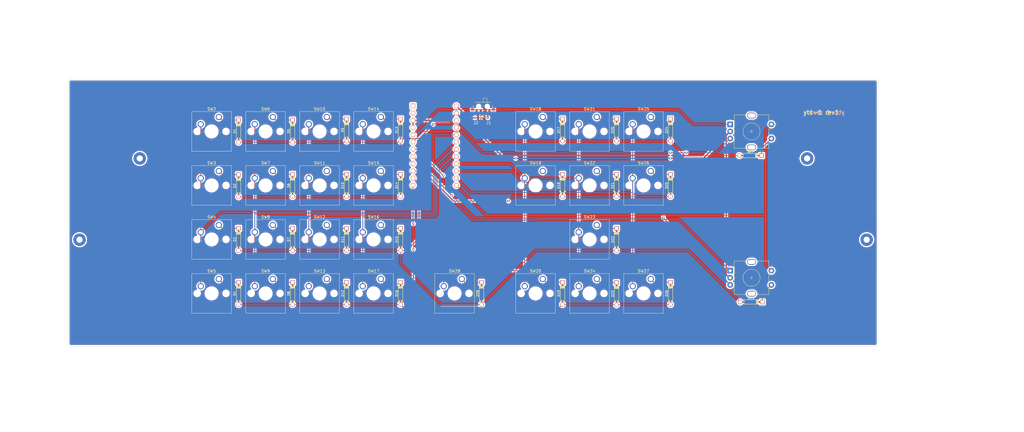
<source format=kicad_pcb>
(kicad_pcb (version 20211014) (generator pcbnew)
  (layers (0 "F.Cu" signal) (31 "B.Cu" signal) (34 "B.Paste" user) (35 "F.Paste" user) (36 "B.SilkS" user "B.Silkscreen") (37 "F.SilkS" user "F.Silkscreen") (38 "B.Mask" user) (39 "F.Mask" user) (44 "Edge.Cuts" user))
  (net 0 "")
  (net 1 "row0")
  (net 2 "Net-(D1-Pad1)")
  (net 3 "row1")
  (net 4 "Net-(D2-Pad1)")
  (net 5 "row2")
  (net 6 "Net-(D3-Pad1)")
  (net 7 "row3")
  (net 8 "Net-(D4-Pad1)")
  (net 9 "Net-(D5-Pad1)")
  (net 10 "Net-(D6-Pad1)")
  (net 11 "Net-(D7-Pad1)")
  (net 12 "Net-(D8-Pad1)")
  (net 13 "Net-(D9-Pad1)")
  (net 14 "Net-(D10-Pad1)")
  (net 15 "Net-(D11-Pad1)")
  (net 16 "Net-(D12-Pad1)")
  (net 17 "Net-(D13-Pad1)")
  (net 18 "Net-(D14-Pad1)")
  (net 19 "Net-(D15-Pad1)")
  (net 20 "Net-(D16-Pad1)")
  (net 21 "Net-(D17-Pad1)")
  (net 22 "Net-(D18-Pad1)")
  (net 23 "Net-(D19-Pad1)")
  (net 24 "Net-(D20-Pad1)")
  (net 25 "Net-(D21-Pad1)")
  (net 26 "Net-(D22-Pad1)")
  (net 27 "Net-(D23-Pad1)")
  (net 28 "Net-(D24-Pad1)")
  (net 29 "Net-(D25-Pad1)")
  (net 30 "Net-(D26-Pad1)")
  (net 31 "Net-(D27-Pad1)")
  (net 32 "Net-(D28-Pad1)")
  (net 33 "Net-(D29-Pad1)")
  (net 34 "Net-(J1-Pad1)")
  (net 35 "GND")
  (net 36 "BAT")
  (net 38 "col0")
  (net 39 "col1")
  (net 40 "col2")
  (net 41 "col3")
  (net 42 "col4")
  (net 43 "col5")
  (net 44 "col6")
  (net 45 "col7")
  (net 46 "enc0")
  (net 47 "enc1")
  (net 48 "enc2")
  (net 49 "enc3")
  (net 52 "VCC")
  (footprint "Button_Switch_Keyboard:SW_Cherry_MX_1.00u_PCB" (layer "F.Cu") (at 153.017958 120.62)
    (fp_text reference "SW11")
    (fp_text value "MX")
  )
  (footprint "Button_Switch_Keyboard:SW_Cherry_MX_1.00u_PCB" (layer "F.Cu") (at 115.017958 120.62)
    (fp_text reference "SW3")
    (fp_text value "MX")
  )
  (footprint "keebio:RotaryEncoder_EC11" (layer "F.Cu") (at 302.477958 158.2)
    (fp_text reference "SW30")
    (fp_text value "RotaryEncoder_Switch")
  )
  (footprint "Button_Switch_Keyboard:SW_Cherry_MX_1.00u_PCB" (layer "F.Cu") (at 134.017958 101.62)
    (fp_text reference "SW6")
    (fp_text value "MX")
  )
  (footprint "Button_Switch_Keyboard:SW_Cherry_MX_1.00u_PCB" (layer "F.Cu") (at 172.017958 101.62)
    (fp_text reference "SW14")
    (fp_text value "MX")
  )
  (footprint "MountingHole:MountingHole_2.2mm_M2_Pad" (layer "F.Cu") (at 322.047959 116.202042)
    (fp_text reference "REF**" hide)
    (fp_text value "MountingHole_2.2mm_M2_Pad" hide)
  )
  (footprint "Button_Switch_Keyboard:SW_Cherry_MX_1.00u_PCB" (layer "F.Cu") (at 172.017958 158.62)
    (fp_text reference "SW17")
    (fp_text value "MX")
  )
  (footprint "Button_Switch_Keyboard:SW_Cherry_MX_1.00u_PCB" (layer "F.Cu") (at 153.017958 158.62)
    (fp_text reference "SW13")
    (fp_text value "MX")
  )
  (footprint "Button_Switch_Keyboard:SW_Cherry_MX_1.00u_PCB" (layer "F.Cu") (at 153.017958 139.62)
    (fp_text reference "SW12")
    (fp_text value "MX")
  )
  (footprint "Button_Switch_Keyboard:SW_Cherry_MX_1.00u_PCB" (layer "F.Cu") (at 153.017958 101.62)
    (fp_text reference "SW10")
    (fp_text value "MX")
  )
  (footprint "Button_Switch_Keyboard:SW_Cherry_MX_1.00u_PCB" (layer "F.Cu") (at 115.017958 158.62)
    (fp_text reference "SW5")
    (fp_text value "MX")
  )
  (footprint "Button_Switch_Keyboard:SW_Cherry_MX_1.00u_PCB" (layer "F.Cu") (at 172.017958 120.62)
    (fp_text reference "SW15")
    (fp_text value "MX")
  )
  (footprint "Button_Switch_Keyboard:SW_Cherry_MX_1.00u_PCB" (layer "F.Cu") (at 172.017958 139.62)
    (fp_text reference "SW16")
    (fp_text value "MX")
  )
  (footprint "Button_Switch_Keyboard:SW_Cherry_MX_1.00u_PCB" (layer "F.Cu") (at 134.017958 139.62)
    (fp_text reference "SW8")
    (fp_text value "MX")
  )
  (footprint "Button_Switch_Keyboard:SW_Cherry_MX_1.00u_PCB" (layer "F.Cu") (at 267.017958 158.62)
    (fp_text reference "SW27")
    (fp_text value "MX")
  )
  (footprint "Button_Switch_Keyboard:SW_Cherry_MX_1.00u_PCB" (layer "F.Cu") (at 229.017958 101.62)
    (fp_text reference "SW18")
    (fp_text value "MX")
  )
  (footprint "Button_Switch_Keyboard:SW_Cherry_MX_1.00u_PCB" (layer "F.Cu") (at 115.017958 139.62)
    (fp_text reference "SW4")
    (fp_text value "MX")
  )
  (footprint "MountingHole:MountingHole_2.2mm_M2_Pad" (layer "F.Cu") (at 342.997959 144.802042)
    (fp_text reference "REF**" hide)
    (fp_text value "MountingHole_2.2mm_M2_Pad" hide)
  )
  (footprint "Connector_Wire:SolderWirePad_1x01_SMD_1x2mm" (layer "F.Cu") (at 209.977958 106.2)
    (fp_text reference "J1")
    (fp_text value "B+")
  )
  (footprint "MountingHole:MountingHole_2.2mm_M2_Pad" (layer "F.Cu") (at 65.997959 144.802042)
    (fp_text reference "REF**" hide)
    (fp_text value "MountingHole_2.2mm_M2_Pad" hide)
  )
  (footprint "Button_Switch_Keyboard:SW_Cherry_MX_1.00u_PCB" (layer "F.Cu") (at 267.017958 120.62)
    (fp_text reference "SW26")
    (fp_text value "MX")
  )
  (footprint "Button_Switch_Keyboard:SW_Cherry_MX_1.00u_PCB" (layer "F.Cu") (at 248.017958 158.62)
    (fp_text reference "SW24")
    (fp_text value "MX")
  )
  (footprint "Button_Switch_Keyboard:SW_Cherry_MX_1.00u_PCB" (layer "F.Cu") (at 248.017958 139.62)
    (fp_text reference "SW23")
    (fp_text value "MX")
  )
  (footprint "MountingHole:MountingHole_2.2mm_M2_Pad" (layer "F.Cu") (at 87.197959 116.202042)
    (fp_text reference "REF**" hide)
    (fp_text value "MountingHole_2.2mm_M2_Pad" hide)
  )
  (footprint "keebio:ArduinoProMicro-BackSide" (layer "F.Cu") (at 190.977958 111.7 -90)
    (fp_text reference "U1" hide)
    (fp_text value "Nice!Nano" hide)
  )
  (footprint "Button_Switch_Keyboard:SW_Cherry_MX_1.00u_PCB" (layer "F.Cu") (at 248.017958 101.62)
    (fp_text reference "SW21")
    (fp_text value "MX")
  )
  (footprint "keebio:RotaryEncoder_EC11" (layer "F.Cu") (at 302.477958 106.7)
    (fp_text reference "SW29")
    (fp_text value "RotaryEncoder_Switch")
  )
  (footprint "Connector_Wire:SolderWirePad_1x01_SMD_1x2mm" (layer "F.Cu") (at 205.477958 106.2)
    (fp_text reference "J2")
    (fp_text value "B-")
  )
  (footprint "Button_Switch_Keyboard:SW_Cherry_MX_1.00u_PCB" (layer "F.Cu") (at 267.017958 101.62)
    (fp_text reference "SW25")
    (fp_text value "MX")
  )
  (footprint "Button_Switch_Keyboard:SW_Cherry_MX_1.00u_PCB" (layer "F.Cu") (at 200.517958 158.62)
    (fp_text reference "SW28")
    (fp_text value "MX")
  )
  (footprint "Button_Switch_Keyboard:SW_Cherry_MX_1.00u_PCB" (layer "F.Cu") (at 134.017958 158.62)
    (fp_text reference "SW9")
    (fp_text value "MX")
  )
  (footprint "Button_Switch_Keyboard:SW_Cherry_MX_1.00u_PCB" (layer "F.Cu") (at 134.017958 120.62)
    (fp_text reference "SW7")
    (fp_text value "MX")
  )
  (footprint "Button_Switch_Keyboard:SW_Cherry_MX_1.00u_PCB" (layer "F.Cu") (at 229.017958 120.62)
    (fp_text reference "SW19")
    (fp_text value "MX")
  )
  (footprint "Button_Switch_Keyboard:SW_Cherry_MX_1.00u_PCB" (layer "F.Cu") (at 115.017958 101.62)
    (fp_text reference "SW2")
    (fp_text value "MX")
  )
  (footprint "Button_Switch_Keyboard:SW_Cherry_MX_1.00u_PCB" (layer "F.Cu") (at 248.017958 120.62)
    (fp_text reference "SW22")
    (fp_text value "MX")
  )
  (footprint "Button_Switch_SMD:SW_SPDT_PCM12" (layer "F.Cu") (at 207.977958 98.2 180)
    (fp_text reference "SW1")
    (fp_text value "ON/OFF")
  )
  (footprint "Button_Switch_Keyboard:SW_Cherry_MX_1.00u_PCB" (layer "F.Cu") (at 229.017958 158.62)
    (fp_text reference "SW20")
    (fp_text value "MX")
  )
  (footprint "keebio:Diode-Hybrid-Back" (layer "B.Cu") (at 302.077958 115.2)
    (fp_text reference "D27")
    (fp_text value "DIODE" hide)
  )
  (footprint "keebio:Diode-Hybrid-Back" (layer "B.Cu") (at 235.977958 163.7 90)
    (fp_text reference "D19")
    (fp_text value "DIODE" hide)
  )
  (footprint "keebio:Diode-Hybrid-Back" (layer "B.Cu") (at 140.977958 163.7 90)
    (fp_text reference "D8")
    (fp_text value "DIODE" hide)
  )
  (footprint "keebio:Diode-Hybrid-Back" (layer "B.Cu") (at 178.977958 144.7 90)
    (fp_text reference "D15")
    (fp_text value "DIODE" hide)
  )
  (footprint "keebio:Diode-Hybrid-Back" (layer "B.Cu") (at 121.977958 106.6 90)
    (fp_text reference "D1")
    (fp_text value "DIODE" hide)
  )
  (footprint "keebio:Diode-Hybrid-Back" (layer "B.Cu") (at 159.977958 144.7 90)
    (fp_text reference "D11")
    (fp_text value "DIODE" hide)
  )
  (footprint "keebio:Diode-Hybrid-Back" (layer "B.Cu") (at 273.977958 125.7 90)
    (fp_text reference "D25")
    (fp_text value "DIODE" hide)
  )
  (footprint "keebio:Diode-Hybrid-Back" (layer "B.Cu") (at 121.977958 144.7 90)
    (fp_text reference "D3")
    (fp_text value "DIODE" hide)
  )
  (footprint "keebio:Diode-Hybrid-Back" (layer "B.Cu") (at 235.977958 106.2 90)
    (fp_text reference "D17")
    (fp_text value "DIODE" hide)
  )
  (footprint "keebio:Diode-Hybrid-Back" (layer "B.Cu") (at 178.977958 106.2 90)
    (fp_text reference "D13")
    (fp_text value "DIODE" hide)
  )
  (footprint "keebio:Diode-Hybrid-Back" (layer "B.Cu") (at 302.377958 166.7)
    (fp_text reference "D29")
    (fp_text value "DIODE" hide)
  )
  (footprint "keebio:Diode-Hybrid-Back" (layer "B.Cu") (at 254.977958 144.7 90)
    (fp_text reference "D22")
    (fp_text value "DIODE" hide)
  )
  (footprint "keebio:Diode-Hybrid-Back" (layer "B.Cu") (at 140.977958 125.7 90)
    (fp_text reference "D6")
    (fp_text value "DIODE" hide)
  )
  (footprint "keebio:Diode-Hybrid-Back" (layer "B.Cu") (at 159.977958 163.7 90)
    (fp_text reference "D12")
    (fp_text value "DIODE" hide)
  )
  (footprint "keebio:Diode-Hybrid-Back" (layer "B.Cu") (at 121.977958 163.7 90)
    (fp_text reference "D4")
    (fp_text value "DIODE" hide)
  )
  (footprint "keebio:Diode-Hybrid-Back" (layer "B.Cu") (at 273.977958 163.7 90)
    (fp_text reference "D26")
    (fp_text value "DIODE" hide)
  )
  (footprint "keebio:Diode-Hybrid-Back" (layer "B.Cu") (at 178.977958 163.7 90)
    (fp_text reference "D16")
    (fp_text value "DIODE" hide)
  )
  (footprint "keebio:Diode-Hybrid-Back" (layer "B.Cu") (at 140.977958 144.7 90)
    (fp_text reference "D7")
    (fp_text value "DIODE" hide)
  )
  (footprint "keebio:Diode-Hybrid-Back" (layer "B.Cu") (at 254.977958 106.2 90)
    (fp_text reference "D20")
    (fp_text value "DIODE" hide)
  )
  (footprint "keebio:Diode-Hybrid-Back" (layer "B.Cu") (at 235.977958 125.7 90)
    (fp_text reference "D18")
    (fp_text value "DIODE" hide)
  )
  (footprint "keebio:Diode-Hybrid-Back" (layer "B.Cu") (at 121.977958 125.8 90)
    (fp_text reference "D2")
    (fp_text value "DIODE" hide)
  )
  (footprint "keebio:Diode-Hybrid-Back" (layer "B.Cu") (at 159.977958 106.2 90)
    (fp_text reference "D9")
    (fp_text value "DIODE" hide)
  )
  (footprint "keebio:Diode-Hybrid-Back" (layer "B.Cu") (at 273.977958 106.2 90)
    (fp_text reference "D24")
    (fp_text value "DIODE" hide)
  )
  (footprint "keebio:Diode-Hybrid-Back" (layer "B.Cu") (at 207.477958 163.7 90)
    (fp_text reference "D28")
    (fp_text value "DIODE" hide)
  )
  (footprint "keebio:Diode-Hybrid-Back" (layer "B.Cu") (at 178.977958 125.7 90)
    (fp_text reference "D14")
    (fp_text value "DIODE" hide)
  )
  (footprint "keebio:Diode-Hybrid-Back" (layer "B.Cu") (at 159.977958 125.7 90)
    (fp_text reference "D10")
    (fp_text value "DIODE" hide)
  )
  (footprint "keebio:Diode-Hybrid-Back" (layer "B.Cu") (at 254.977958 163.8 90)
    (fp_text reference "D23")
    (fp_text value "DIODE" hide)
  )
  (footprint "keebio:Diode-Hybrid-Back" (layer "B.Cu") (at 254.977958 125.7 90)
    (fp_text reference "D21")
    (fp_text value "DIODE" hide)
  )
  (footprint "keebio:Diode-Hybrid-Back" (layer "B.Cu") (at 140.977958 106.6 90)
    (fp_text reference "D5")
    (fp_text value "DIODE" hide)
  )
  (gr_arc (start 346 88.3) (mid 346.707107 88.592893) (end 347 89.3) (layer "Edge.Cuts") (width 0.1))
  (gr_arc (start 62 89.342462) (mid 62.308011 88.602681) (end 63.05 88.3) (layer "Edge.Cuts") (width 0.1))
  (gr_line (start 347 89.3) (end 346.997959 181.302041) (layer "Edge.Cuts") (width 0.1))
  (gr_line (start 63 182.3) (end 346 182.3) (layer "Edge.Cuts") (width 0.1))
  (gr_arc (start 63 182.3) (mid 62.292893 182.007107) (end 62 181.3) (layer "Edge.Cuts") (width 0.1))
  (gr_line (start 63.05 88.3) (end 346 88.3) (layer "Edge.Cuts") (width 0.1))
  (gr_line (start 62 89.342462) (end 62 181.3) (layer "Edge.Cuts") (width 0.1))
  (gr_arc (start 346.997959 181.302041) (mid 346.705664 182.007705) (end 346 182.3) (layer "Edge.Cuts") (width 0.1))
  (gr_text "yts-1 rev1" (at 329 100) (layer "B.SilkS") (effects (font (size 1.5 1.5) (thickness 0.3)) (justify mirror)))
  (gr_text "yts-1 rev1" (at 327 100) (layer "F.SilkS") (effects (font (size 1.5 1.5) (thickness 0.3))))
  (segment (start 190.477958 104.2) (end 185.449258 109.2287) (width 0.25) (layer "F.Cu") (net 1))
  (segment (start 185.449258 109.2287) (end 179.849258 109.2287) (width 0.25) (layer "F.Cu") (net 1))
  (segment (start 183.357958 118.05) (end 178.977958 113.67) (width 0.25) (layer "F.Cu") (net 1))
  (segment (start 179.849258 109.2287) (end 178.977958 110.1) (width 0.25) (layer "F.Cu") (net 1))
  (segment (start 178.977958 113.67) (end 178.977958 110.1) (width 0.25) (layer "F.Cu") (net 1))
  (via (at 190.477958 104.2) (size 0.8) (drill 0.4) (layers "F.Cu" "B.Cu") (net 1))
  (segment (start 205.046853 110.1) (end 198.958153 104.0113) (width 0.25) (layer "B.Cu") (net 1))
  (segment (start 298.177958 115.2) (end 279.077958 115.2) (width 0.25) (layer "B.Cu") (net 1))
  (segment (start 190.666658 104.0113) (end 190.477958 104.2) (width 0.25) (layer "B.Cu") (net 1))
  (segment (start 279.077958 115.2) (end 273.977958 110.1) (width 0.25) (layer "B.Cu") (net 1))
  (segment (start 273.977958 110.1) (end 235.977958 110.1) (width 0.25) (layer "B.Cu") (net 1))
  (segment (start 235.977958 110.1) (end 205.046853 110.1) (width 0.25) (layer "B.Cu") (net 1))
  (segment (start 198.958153 104.0113) (end 190.666658 104.0113) (width 0.25) (layer "B.Cu") (net 1))
  (segment (start 178.577958 110.5) (end 178.977958 110.1) (width 0.25) (layer "B.Cu") (net 1))
  (segment (start 121.977958 110.5) (end 178.577958 110.5) (width 0.25) (layer "B.Cu") (net 1))
  (segment (start 116.097958 102.7) (end 115.017958 101.62) (width 0.25) (layer "F.Cu") (net 2))
  (segment (start 121.977958 102.7) (end 116.097958 102.7) (width 0.25) (layer "F.Cu") (net 2))
  (segment (start 181.822041 124.255917) (end 181.822041 122.125917) (width 0.25) (layer "F.Cu") (net 3))
  (segment (start 183.357958 120.59) (end 186.867958 120.59) (width 0.25) (layer "F.Cu") (net 3))
  (segment (start 178.977958 127.1) (end 181.822041 124.255917) (width 0.25) (layer "F.Cu") (net 3))
  (segment (start 197.477958 131.2) (end 216.977958 131.2) (width 0.25) (layer "F.Cu") (net 3))
  (segment (start 186.867958 120.59) (end 197.477958 131.2) (width 0.25) (layer "F.Cu") (net 3))
  (segment (start 181.822041 122.125917) (end 183.357958 120.59) (width 0.25) (layer "F.Cu") (net 3))
  (via (at 216.977958 131.2) (size 0.8) (drill 0.4) (layers "F.Cu" "B.Cu") (net 3))
  (segment (start 273.977958 129.6) (end 235.977958 129.6) (width 0.25) (layer "B.Cu") (net 3))
  (segment (start 218.577958 129.6) (end 235.977958 129.6) (width 0.25) (layer "B.Cu") (net 3))
  (segment (start 216.977958 131.2) (end 218.577958 129.6) (width 0.25) (layer "B.Cu") (net 3))
  (segment (start 121.977958 129.7) (end 178.877958 129.7) (width 0.25) (layer "B.Cu") (net 3))
  (segment (start 178.877958 129.7) (end 178.977958 129.6) (width 0.25) (layer "B.Cu") (net 3))
  (segment (start 121.977958 121.9) (end 116.297958 121.9) (width 0.25) (layer "F.Cu") (net 4))
  (segment (start 116.297958 121.9) (end 115.017958 120.62) (width 0.25) (layer "F.Cu") (net 4))
  (segment (start 185.477958 125.25) (end 183.357958 123.13) (width 0.25) (layer "F.Cu") (net 5))
  (segment (start 178.977958 148.6) (end 181.077958 148.6) (width 0.25) (layer "F.Cu") (net 5))
  (segment (start 185.477958 144.2) (end 185.477958 125.25) (width 0.25) (layer "F.Cu") (net 5))
  (segment (start 181.077958 148.6) (end 185.477958 144.2) (width 0.25) (layer "F.Cu") (net 5))
  (segment (start 207.477958 167.6) (end 193.333133 167.6) (width 0.25) (layer "B.Cu") (net 5))
  (segment (start 193.333133 167.6) (end 178.977958 153.244825) (width 0.25) (layer "B.Cu") (net 5))
  (segment (start 121.977958 148.6) (end 178.977958 148.6) (width 0.25) (layer "B.Cu") (net 5))
  (segment (start 280.377958 148.6) (end 254.977958 148.6) (width 0.25) (layer "B.Cu") (net 5))
  (segment (start 226.477958 148.6) (end 207.477958 167.6) (width 0.25) (layer "B.Cu") (net 5))
  (segment (start 178.977958 153.244825) (end 178.977958 148.6) (width 0.25) (layer "B.Cu") (net 5))
  (segment (start 298.477958 166.7) (end 280.377958 148.6) (width 0.25) (layer "B.Cu") (net 5))
  (segment (start 254.977958 148.6) (end 226.477958 148.6) (width 0.25) (layer "B.Cu") (net 5))
  (segment (start 121.977958 140.8) (end 116.197958 140.8) (width 0.25) (layer "F.Cu") (net 6))
  (segment (start 116.197958 140.8) (end 115.017958 139.62) (width 0.25) (layer "F.Cu") (net 6))
  (segment (start 180.102958 168.725) (end 178.977958 167.6) (width 0.25) (layer "F.Cu") (net 7))
  (segment (start 182.877958 163.7) (end 183.477958 163.7) (width 0.25) (layer "F.Cu") (net 7))
  (segment (start 183.357958 139.08) (end 183.357958 125.67) (width 0.25) (layer "F.Cu") (net 7))
  (segment (start 178.977958 167.6) (end 182.877958 163.7) (width 0.25) (layer "F.Cu") (net 7))
  (segment (start 183.477958 163.7) (end 183.477958 148.2) (width 0.25) (layer "F.Cu") (net 7))
  (segment (start 235.977958 167.6) (end 234.852958 168.725) (width 0.25) (layer "F.Cu") (net 7))
  (segment (start 234.852958 168.725) (end 180.102958 168.725) (width 0.25) (layer "F.Cu") (net 7))
  (segment (start 183.477958 139.2) (end 183.357958 139.08) (width 0.25) (layer "F.Cu") (net 7))
  (via (at 183.477958 139.2) (size 0.8) (drill 0.4) (layers "F.Cu" "B.Cu") (net 7))
  (via (at 183.477958 148.2) (size 0.8) (drill 0.4) (layers "F.Cu" "B.Cu") (net 7))
  (segment (start 183.477958 139.2) (end 183.477958 148.2) (width 0.25) (layer "B.Cu") (net 7))
  (segment (start 235.977958 167.6) (end 273.977958 167.6) (width 0.25) (layer "B.Cu") (net 7))
  (segment (start 121.977958 167.6) (end 178.977958 167.6) (width 0.25) (layer "B.Cu") (net 7))
  (segment (start 121.977958 159.8) (end 116.197958 159.8) (width 0.25) (layer "F.Cu") (net 8))
  (segment (start 116.197958 159.8) (end 115.017958 158.62) (width 0.25) (layer "F.Cu") (net 8))
  (segment (start 135.097958 102.7) (end 134.017958 101.62) (width 0.25) (layer "F.Cu") (net 9))
  (segment (start 140.977958 102.7) (end 135.097958 102.7) (width 0.25) (layer "F.Cu") (net 9))
  (segment (start 135.197958 121.8) (end 134.017958 120.62) (width 0.25) (layer "F.Cu") (net 10))
  (segment (start 140.977958 121.8) (end 135.197958 121.8) (width 0.25) (layer "F.Cu") (net 10))
  (segment (start 140.977958 140.8) (end 135.197958 140.8) (width 0.25) (layer "F.Cu") (net 11))
  (segment (start 135.197958 140.8) (end 134.017958 139.62) (width 0.25) (layer "F.Cu") (net 11))
  (segment (start 135.197958 159.8) (end 134.017958 158.62) (width 0.25) (layer "F.Cu") (net 12))
  (segment (start 140.977958 159.8) (end 135.197958 159.8) (width 0.25) (layer "F.Cu") (net 12))
  (segment (start 159.977958 102.3) (end 153.697958 102.3) (width 0.25) (layer "F.Cu") (net 13))
  (segment (start 153.697958 102.3) (end 153.017958 101.62) (width 0.25) (layer "F.Cu") (net 13))
  (segment (start 159.977958 121.8) (end 154.197958 121.8) (width 0.25) (layer "F.Cu") (net 14))
  (segment (start 154.197958 121.8) (end 153.017958 120.62) (width 0.25) (layer "F.Cu") (net 14))
  (segment (start 154.197958 140.8) (end 153.017958 139.62) (width 0.25) (layer "F.Cu") (net 15))
  (segment (start 159.977958 140.8) (end 154.197958 140.8) (width 0.25) (layer "F.Cu") (net 15))
  (segment (start 154.697958 160.3) (end 153.017958 158.62) (width 0.25) (layer "F.Cu") (net 16))
  (segment (start 159.977958 160.3) (end 154.697958 160.3) (width 0.25) (layer "F.Cu") (net 16))
  (segment (start 172.697958 102.3) (end 172.017958 101.62) (width 0.25) (layer "F.Cu") (net 17))
  (segment (start 178.977958 102.3) (end 172.697958 102.3) (width 0.25) (layer "F.Cu") (net 17))
  (segment (start 173.197958 121.8) (end 172.017958 120.62) (width 0.25) (layer "F.Cu") (net 18))
  (segment (start 178.977958 121.8) (end 173.197958 121.8) (width 0.25) (layer "F.Cu") (net 18))
  (segment (start 173.197958 140.8) (end 172.017958 139.62) (width 0.25) (layer "F.Cu") (net 19))
  (segment (start 178.977958 140.8) (end 173.197958 140.8) (width 0.25) (layer "F.Cu") (net 19))
  (segment (start 173.697958 160.3) (end 172.017958 158.62) (width 0.25) (layer "F.Cu") (net 20))
  (segment (start 178.977958 160.3) (end 173.697958 160.3) (width 0.25) (layer "F.Cu") (net 20))
  (segment (start 235.977958 102.3) (end 229.697958 102.3) (width 0.25) (layer "F.Cu") (net 21))
  (segment (start 229.697958 102.3) (end 229.017958 101.62) (width 0.25) (layer "F.Cu") (net 21))
  (segment (start 230.197958 121.8) (end 229.017958 120.62) (width 0.25) (layer "F.Cu") (net 22))
  (segment (start 235.977958 121.8) (end 230.197958 121.8) (width 0.25) (layer "F.Cu") (net 22))
  (segment (start 230.197958 159.8) (end 229.017958 158.62) (width 0.25) (layer "F.Cu") (net 23))
  (segment (start 235.977958 159.8) (end 230.197958 159.8) (width 0.25) (layer "F.Cu") (net 23))
  (segment (start 254.977958 102.3) (end 248.697958 102.3) (width 0.25) (layer "F.Cu") (net 24))
  (segment (start 248.697958 102.3) (end 248.017958 101.62) (width 0.25) (layer "F.Cu") (net 24))
  (segment (start 249.197958 121.8) (end 248.017958 120.62) (width 0.25) (layer "F.Cu") (net 25))
  (segment (start 254.977958 121.8) (end 249.197958 121.8) (width 0.25) (layer "F.Cu") (net 25))
  (segment (start 249.197958 140.8) (end 248.017958 139.62) (width 0.25) (layer "F.Cu") (net 26))
  (segment (start 254.977958 140.8) (end 249.197958 140.8) (width 0.25) (layer "F.Cu") (net 26))
  (segment (start 249.297958 159.9) (end 248.017958 158.62) (width 0.25) (layer "F.Cu") (net 27))
  (segment (start 254.977958 159.9) (end 249.297958 159.9) (width 0.25) (layer "F.Cu") (net 27))
  (segment (start 273.977958 103.3) (end 268.697958 103.3) (width 0.25) (layer "F.Cu") (net 28))
  (segment (start 268.697958 103.3) (end 267.017958 101.62) (width 0.25) (layer "F.Cu") (net 28))
  (segment (start 273.977958 121.8) (end 268.197958 121.8) (width 0.25) (layer "F.Cu") (net 29))
  (segment (start 268.197958 121.8) (end 267.017958 120.62) (width 0.25) (layer "F.Cu") (net 29))
  (segment (start 268.197958 159.8) (end 267.017958 158.62) (width 0.25) (layer "F.Cu") (net 30))
  (segment (start 273.977958 159.8) (end 268.197958 159.8) (width 0.25) (layer "F.Cu") (net 30))
  (segment (start 305.977958 112.7) (end 309.477958 109.2) (width 0.25) (layer "F.Cu") (net 31))
  (segment (start 305.977958 115.2) (end 305.977958 112.7) (width 0.25) (layer "F.Cu") (net 31))
  (segment (start 201.697958 159.8) (end 200.517958 158.62) (width 0.25) (layer "F.Cu") (net 32))
  (segment (start 207.477958 159.8) (end 201.697958 159.8) (width 0.25) (layer "F.Cu") (net 32))
  (segment (start 306.277958 166.7) (end 306.277958 163.9) (width 0.25) (layer "F.Cu") (net 33))
  (segment (start 306.277958 163.9) (end 309.477958 160.7) (width 0.25) (layer "F.Cu") (net 33))
  (segment (start 207.227958 99.63) (end 207.227958 103.45) (width 0.25) (layer "F.Cu") (net 34))
  (segment (start 207.227958 103.45) (end 209.977958 106.2) (width 0.25) (layer "F.Cu") (net 34))
  (segment (start 294.977958 106.7) (end 293.577958 108.1) (width 0.4) (layer "F.Cu") (net 35))
  (segment (start 183.357958 102.81) (end 196.057958 102.81) (width 0.4) (layer "F.Cu") (net 35))
  (segment (start 183.357958 105.35) (end 183.357958 102.81) (width 0.4) (layer "F.Cu") (net 35))
  (segment (start 294.677958 158.2) (end 294.977958 158.2) (width 0.4) (layer "F.Cu") (net 35))
  (segment (start 196.057958 102.81) (end 198.597958 100.27) (width 0.4) (layer "F.Cu") (net 35))
  (segment (start 198.597958 100.27) (end 204.527958 106.2) (width 0.4) (layer "F.Cu") (net 35))
  (segment (start 204.527958 106.2) (end 205.477958 106.2) (width 0.4) (layer "F.Cu") (net 35))
  (segment (start 205.477958 106.2) (end 215.477958 116.2) (width 0.4) (layer "F.Cu") (net 35))
  (segment (start 215.477958 116.2) (end 219.477958 116.2) (width 0.4) (layer "F.Cu") (net 35))
  (segment (start 293.577958 157.1) (end 294.677958 158.2) (width 0.4) (layer "F.Cu") (net 35))
  (segment (start 285.477958 116.2) (end 294.977958 106.7) (width 0.4) (layer "F.Cu") (net 35))
  (segment (start 273.977958 116.2) (end 285.477958 116.2) (width 0.4) (layer "F.Cu") (net 35))
  (segment (start 293.577958 108.1) (end 293.577958 157.1) (width 0.4) (layer "F.Cu") (net 35))
  (via (at 219.477958 116.2) (size 0.8) (drill 0.4) (layers "F.Cu" "B.Cu") (net 35))
  (via (at 273.977958 116.2) (size 0.8) (drill 0.4) (layers "F.Cu" "B.Cu") (net 35))
  (segment (start 219.477958 116.2) (end 273.977958 116.2) (width 0.4) (layer "B.Cu") (net 35))
  (segment (start 209.677958 100.18) (end 210.227958 99.63) (width 0.4) (layer "F.Cu") (net 36))
  (segment (start 209.677958 101.9) (end 209.677958 100.18) (width 0.4) (layer "F.Cu") (net 36))
  (segment (start 198.597958 97.73) (end 202.767958 101.9) (width 0.4) (layer "F.Cu") (net 36))
  (segment (start 202.767958 101.9) (end 205.177958 101.9) (width 0.4) (layer "F.Cu") (net 36))
  (via (at 209.677958 101.9) (size 0.8) (drill 0.4) (layers "F.Cu" "B.Cu") (net 36))
  (via (at 205.177958 101.9) (size 0.8) (drill 0.4) (layers "F.Cu" "B.Cu") (net 36))
  (segment (start 205.177958 101.9) (end 209.677958 101.9) (width 0.4) (layer "B.Cu") (net 36))
  (segment (start 108.667958 104.16) (end 108.667958 161.16) (width 0.25) (layer "F.Cu") (net 38))
  (segment (start 190.787958 107.89) (end 190.477958 108.2) (width 0.25) (layer "B.Cu") (net 38))
  (segment (start 115.627958 135.2) (end 108.667958 142.16) (width 0.25) (layer "B.Cu") (net 38))
  (segment (start 190.477958 135.2) (end 115.627958 135.2) (width 0.25) (layer "B.Cu") (net 38))
  (segment (start 190.477958 108.2) (end 190.477958 135.2) (width 0.25) (layer "B.Cu") (net 38))
  (segment (start 198.597958 107.89) (end 190.787958 107.89) (width 0.25) (layer "B.Cu") (net 38))
  (segment (start 127.667958 104.16) (end 127.667958 161.16) (width 0.25) (layer "F.Cu") (net 39))
  (segment (start 190.927958 118.1) (end 190.927958 135.386396) (width 0.25) (layer "B.Cu") (net 39))
  (segment (start 190.664354 135.65) (end 127.977958 135.65) (width 0.25) (layer "B.Cu") (net 39))
  (segment (start 127.977958 135.65) (end 127.667958 135.96) (width 0.25) (layer "B.Cu") (net 39))
  (segment (start 198.597958 110.43) (end 190.927958 118.1) (width 0.25) (layer "B.Cu") (net 39))
  (segment (start 127.667958 135.96) (end 127.667958 142.16) (width 0.25) (layer "B.Cu") (net 39))
  (segment (start 190.927958 135.386396) (end 190.664354 135.65) (width 0.25) (layer "B.Cu") (net 39))
  (segment (start 146.667958 104.16) (end 146.667958 161.16) (width 0.25) (layer "F.Cu") (net 40))
  (segment (start 148.477958 136.2) (end 146.667958 138.01) (width 0.25) (layer "B.Cu") (net 40))
  (segment (start 191.377958 135.572792) (end 190.75075 136.2) (width 0.25) (layer "B.Cu") (net 40))
  (segment (start 191.377958 120.19) (end 191.377958 135.572792) (width 0.25) (layer "B.Cu") (net 40))
  (segment (start 146.667958 138.01) (end 146.667958 142.16) (width 0.25) (layer "B.Cu") (net 40))
  (segment (start 198.597958 112.97) (end 191.377958 120.19) (width 0.25) (layer "B.Cu") (net 40))
  (segment (start 190.75075 136.2) (end 148.477958 136.2) (width 0.25) (layer "B.Cu") (net 40))
  (segment (start 165.667958 104.16) (end 165.667958 161.16) (width 0.25) (layer "F.Cu") (net 41))
  (segment (start 191.827958 122.28) (end 191.827958 135.85) (width 0.25) (layer "B.Cu") (net 41))
  (segment (start 198.597958 115.51) (end 191.827958 122.28) (width 0.25) (layer "B.Cu") (net 41))
  (segment (start 165.977958 136.7) (end 165.667958 137.01) (width 0.25) (layer "B.Cu") (net 41))
  (segment (start 190.977958 136.7) (end 165.977958 136.7) (width 0.25) (layer "B.Cu") (net 41))
  (segment (start 165.667958 137.01) (end 165.667958 142.16) (width 0.25) (layer "B.Cu") (net 41))
  (segment (start 191.827958 135.85) (end 190.977958 136.7) (width 0.25) (layer "B.Cu") (net 41))
  (segment (start 194.167958 158.01) (end 196.477958 155.7) (width 0.25) (layer "F.Cu") (net 42))
  (segment (start 194.167958 161.16) (end 194.167958 158.01) (width 0.25) (layer "F.Cu") (net 42))
  (segment (start 222.477958 155.7) (end 222.667958 155.51) (width 0.25) (layer "F.Cu") (net 42))
  (segment (start 196.477958 155.7) (end 222.477958 155.7) (width 0.25) (layer "F.Cu") (net 42))
  (segment (start 222.667958 155.51) (end 222.667958 161.16) (width 0.25) (layer "F.Cu") (net 42))
  (segment (start 222.667958 104.16) (end 222.667958 155.51) (width 0.25) (layer "F.Cu") (net 42))
  (segment (start 217.557958 118.05) (end 222.667958 123.16) (width 0.25) (layer "B.Cu") (net 42))
  (segment (start 198.597958 118.05) (end 217.557958 118.05) (width 0.25) (layer "B.Cu") (net 42))
  (segment (start 241.667958 104.16) (end 241.667958 161.16) (width 0.25) (layer "F.Cu") (net 43))
  (segment (start 198.867958 120.59) (end 198.977958 120.7) (width 0.25) (layer "F.Cu") (net 43))
  (segment (start 198.597958 120.59) (end 198.867958 120.59) (width 0.25) (layer "F.Cu") (net 43))
  (segment (start 198.597958 120.59) (end 218.082703 120.59) (width 0.25) (layer "B.Cu") (net 43))
  (segment (start 225.017958 123.16) (end 241.667958 123.16) (width 0.25) (layer "B.Cu") (net 43))
  (segment (start 218.082703 120.59) (end 222.077703 124.585) (width 0.25) (layer "B.Cu") (net 43))
  (segment (start 222.077703 124.585) (end 223.592958 124.585) (width 0.25) (layer "B.Cu") (net 43))
  (segment (start 223.592958 124.585) (end 225.017958 123.16) (width 0.25) (layer "B.Cu") (net 43))
  (segment (start 260.667958 161.16) (end 260.667958 104.16) (width 0.25) (layer "F.Cu") (net 44))
  (segment (start 260.667958 123.16) (end 260.667958 128.01) (width 0.25) (layer "B.Cu") (net 44))
  (segment (start 260.477958 128.2) (end 203.667958 128.2) (width 0.25) (layer "B.Cu") (net 44))
  (segment (start 203.667958 128.2) (end 198.597958 123.13) (width 0.25) (layer "B.Cu") (net 44))
  (segment (start 260.667958 128.01) (end 260.477958 128.2) (width 0.25) (layer "B.Cu") (net 44))
  (segment (start 209.127958 136.2) (end 198.597958 125.67) (width 0.25) (layer "B.Cu") (net 45))
  (segment (start 307.477958 153.7) (end 309.477958 155.7) (width 0.25) (layer "B.Cu") (net 45))
  (segment (start 307.477958 136.2) (end 209.127958 136.2) (width 0.25) (layer "B.Cu") (net 45))
  (segment (start 307.477958 106.2) (end 307.477958 136.2) (width 0.25) (layer "B.Cu") (net 45))
  (segment (start 307.477958 136.2) (end 307.477958 153.7) (width 0.25) (layer "B.Cu") (net 45))
  (segment (start 309.477958 104.2) (end 307.477958 106.2) (width 0.25) (layer "B.Cu") (net 45))
  (segment (start 294.977958 104.2) (end 281.977958 104.2) (width 0.25) (layer "B.Cu") (net 46))
  (segment (start 276.846658 99.0687) (end 192.179258 99.0687) (width 0.25) (layer "B.Cu") (net 46))
  (segment (start 281.977958 104.2) (end 276.846658 99.0687) (width 0.25) (layer "B.Cu") (net 46))
  (segment (start 192.179258 99.0687) (end 183.357958 107.89) (width 0.25) (layer "B.Cu") (net 46))
  (segment (start 279.477958 114.2) (end 273.977958 114.2) (width 0.25) (layer "F.Cu") (net 47))
  (via (at 273.977958 114.2) (size 0.8) (drill 0.4) (layers "F.Cu" "B.Cu") (net 47))
  (via (at 279.477958 114.2) (size 0.8) (drill 0.4) (layers "F.Cu" "B.Cu") (net 47))
  (segment (start 187.099258 106.6887) (end 183.357958 110.43) (width 0.25) (layer "B.Cu") (net 47))
  (segment (start 200.466658 106.6887) (end 187.099258 106.6887) (width 0.25) (layer "B.Cu") (net 47))
  (segment (start 273.977958 114.2) (end 207.977958 114.2) (width 0.25) (layer "B.Cu") (net 47))
  (segment (start 289.977958 114.2) (end 279.477958 114.2) (width 0.25) (layer "B.Cu") (net 47))
  (segment (start 294.977958 109.2) (end 289.977958 114.2) (width 0.25) (layer "B.Cu") (net 47))
  (segment (start 207.977958 114.2) (end 200.466658 106.6887) (width 0.25) (layer "B.Cu") (net 47))
  (segment (start 193.977958 122.2) (end 184.747958 112.97) (width 0.25) (layer "F.Cu") (net 48))
  (segment (start 184.747958 112.97) (end 183.357958 112.97) (width 0.25) (layer "F.Cu") (net 48))
  (via (at 193.977958 122.2) (size 0.8) (drill 0.4) (layers "F.Cu" "B.Cu") (net 48))
  (segment (start 204.502958 137.925) (end 193.977958 127.4) (width 0.25) (layer "B.Cu") (net 48))
  (segment (start 294.977958 155.7) (end 276.977958 137.7) (width 0.25) (layer "B.Cu") (net 48))
  (segment (start 226.752958 137.925) (end 204.502958 137.925) (width 0.25) (layer "B.Cu") (net 48))
  (segment (start 276.977958 137.7) (end 226.977958 137.7) (width 0.25) (layer "B.Cu") (net 48))
  (segment (start 193.977958 127.4) (end 193.977958 122.2) (width 0.25) (layer "B.Cu") (net 48))
  (segment (start 226.977958 137.7) (end 226.752958 137.925) (width 0.25) (layer "B.Cu") (net 48))
  (segment (start 196.977958 129.2) (end 196.977958 129.13) (width 0.25) (layer "F.Cu") (net 49))
  (segment (start 294.977958 160.7) (end 271.477958 137.2) (width 0.25) (layer "F.Cu") (net 49))
  (segment (start 196.977958 129.13) (end 183.357958 115.51) (width 0.25) (layer "F.Cu") (net 49))
  (via (at 271.477958 136.9755) (size 0.8) (drill 0.4) (layers "F.Cu" "B.Cu") (net 49))
  (via (at 196.977958 129.2) (size 0.8) (drill 0.4) (layers "F.Cu" "B.Cu") (net 49))
  (segment (start 224.477958 137.2) (end 271.477958 137.2) (width 0.25) (layer "B.Cu") (net 49))
  (segment (start 197.477958 129.7) (end 196.977958 129.2) (width 0.25) (layer "B.Cu") (net 49))
  (segment (start 224.477958 137.2) (end 204.977958 137.2) (width 0.25) (layer "B.Cu") (net 49))
  (segment (start 204.977958 137.2) (end 197.477958 129.7) (width 0.25) (layer "B.Cu") (net 49))
  (segment (start 271.477958 137.2) (end 271.477958 136.9755) (width 0.25) (layer "B.Cu") (net 49))
  (zone (net 0) (net_name "") (layers F&B.Cu) (connect_pads yes (clearance 0.508)) (min_thickness 0.254) (fill yes (thermal_gap 0.508) (thermal_bridge_width 0.508) (island_removal_mode 1) (island_area_min 0))
    (polygon (pts (xy 379.9 60.45) (xy 379.997959 212.45) (xy 47.4 212.45) (xy 47.4 60.45)))
  )
)
</source>
